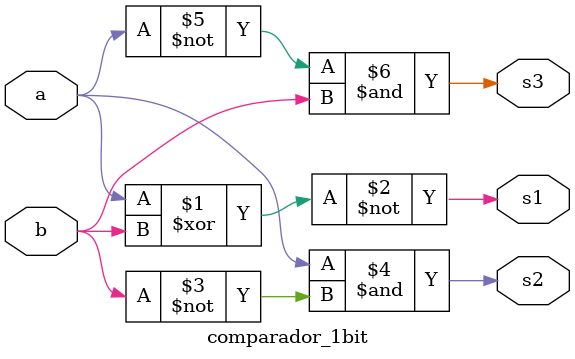
<source format=sv>
module comparador_1bit(
    input logic a,b,
    output logic s1, s2, s3
);

    assign s1 = ~(a ^ b);
    assign s2 = a & ~b;
    assign s3 = ~a & b;
endmodule
</source>
